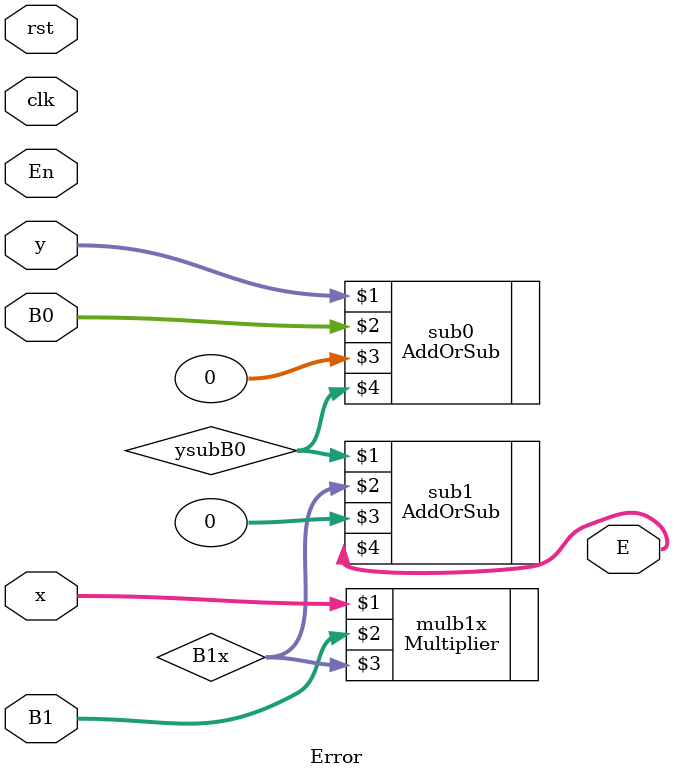
<source format=sv>

`timescale 1ns/1ns
module Error(input clk, rst, En, input [19:0] x, y, B0, B1, output [19:0] E);
    wire [19:0] B1x, ysubB0;
    Multiplier mulb1x(x, B1, B1x);
    AddOrSub sub0(y, B0, 0, ysubB0);
    AddOrSub sub1(ysubB0, B1x, 0, E);
endmodule

</source>
